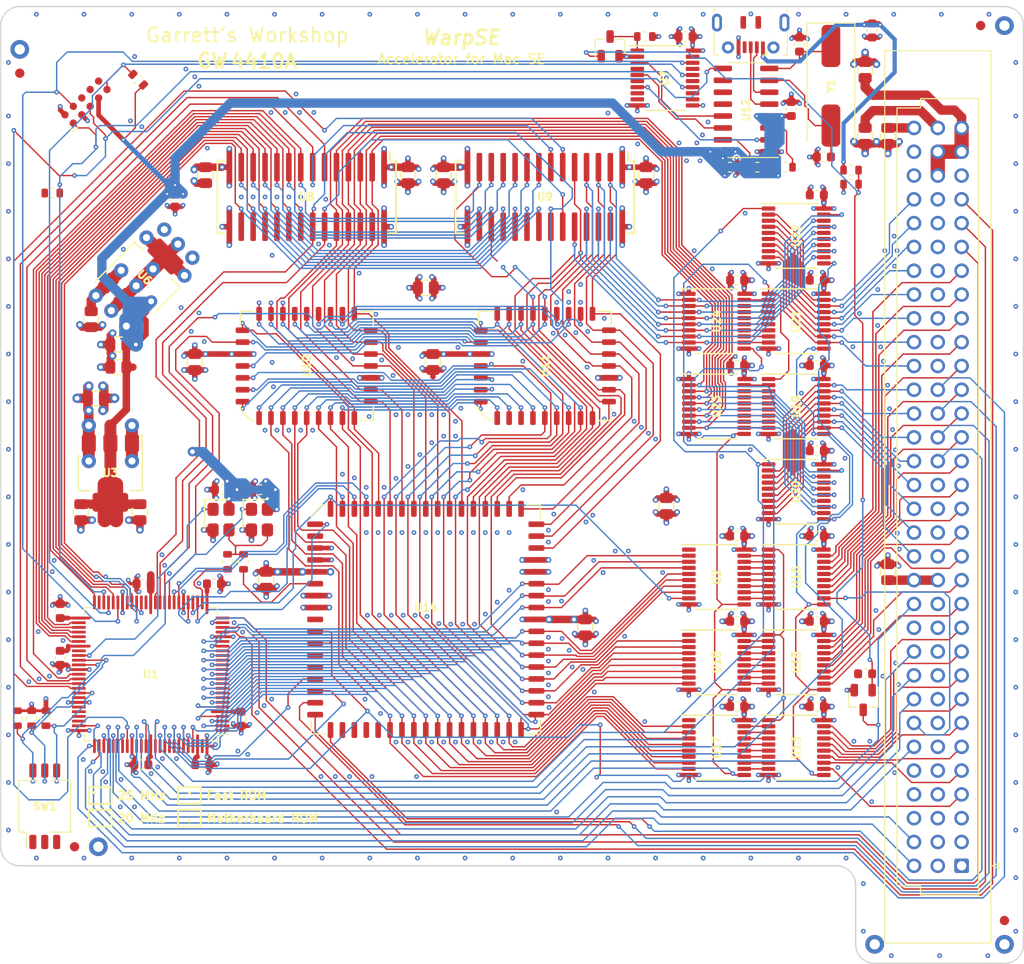
<source format=kicad_pcb>
(kicad_pcb (version 20211014) (generator pcbnew)

  (general
    (thickness 1.6)
  )

  (paper "A4")
  (layers
    (0 "F.Cu" signal)
    (1 "In1.Cu" power)
    (2 "In2.Cu" power)
    (31 "B.Cu" signal)
    (32 "B.Adhes" user "B.Adhesive")
    (33 "F.Adhes" user "F.Adhesive")
    (34 "B.Paste" user)
    (35 "F.Paste" user)
    (36 "B.SilkS" user "B.Silkscreen")
    (37 "F.SilkS" user "F.Silkscreen")
    (38 "B.Mask" user)
    (39 "F.Mask" user)
    (40 "Dwgs.User" user "User.Drawings")
    (41 "Cmts.User" user "User.Comments")
    (42 "Eco1.User" user "User.Eco1")
    (43 "Eco2.User" user "User.Eco2")
    (44 "Edge.Cuts" user)
    (45 "Margin" user)
    (46 "B.CrtYd" user "B.Courtyard")
    (47 "F.CrtYd" user "F.Courtyard")
    (48 "B.Fab" user)
    (49 "F.Fab" user)
  )

  (setup
    (pad_to_mask_clearance 0.05)
    (pcbplotparams
      (layerselection 0x00010fc_ffffffff)
      (disableapertmacros false)
      (usegerberextensions true)
      (usegerberattributes false)
      (usegerberadvancedattributes false)
      (creategerberjobfile false)
      (svguseinch false)
      (svgprecision 6)
      (excludeedgelayer true)
      (plotframeref false)
      (viasonmask false)
      (mode 1)
      (useauxorigin false)
      (hpglpennumber 1)
      (hpglpenspeed 20)
      (hpglpendiameter 15.000000)
      (dxfpolygonmode true)
      (dxfimperialunits true)
      (dxfusepcbnewfont true)
      (psnegative false)
      (psa4output false)
      (plotreference true)
      (plotvalue true)
      (plotinvisibletext false)
      (sketchpadsonfab false)
      (subtractmaskfromsilk true)
      (outputformat 1)
      (mirror false)
      (drillshape 0)
      (scaleselection 1)
      (outputdirectory "gerber/")
    )
  )

  (net 0 "")
  (net 1 "GND")
  (net 2 "+5V")
  (net 3 "+3V3")
  (net 4 "-5V")
  (net 5 "+12V")
  (net 6 "-12V")
  (net 7 "Net-(C46-Pad1)")
  (net 8 "unconnected-(J1-PadA1)")
  (net 9 "unconnected-(J1-PadA2)")
  (net 10 "unconnected-(J1-PadA3)")
  (net 11 "/Buf/MacA1")
  (net 12 "/Buf/MacA2")
  (net 13 "/Buf/MacA3")
  (net 14 "/Buf/MacA4")
  (net 15 "/Buf/MacA5")
  (net 16 "/Buf/MacA6")
  (net 17 "/Buf/MacA7")
  (net 18 "/Buf/MacA8")
  (net 19 "/Buf/MacA9")
  (net 20 "/Buf/MacA10")
  (net 21 "/Buf/MacA11")
  (net 22 "/Buf/MacA12")
  (net 23 "/Buf/MacA13")
  (net 24 "/Buf/MacA14")
  (net 25 "/Control/~{RESET}")
  (net 26 "/Buf/MacA15")
  (net 27 "/Control/Mac~{AS}")
  (net 28 "/Control/Mac~{UDS}")
  (net 29 "/Control/Mac~{LDS}")
  (net 30 "/Buf/Mac~{R}W")
  (net 31 "/Control/Mac~{DTACK}")
  (net 32 "/Buf/MacA16")
  (net 33 "/Control/Mac~{VMA}")
  (net 34 "/Control/Mac~{VPA}")
  (net 35 "/Buf/MacA17")
  (net 36 "/Buf/MacA18")
  (net 37 "/Buf/MacA19")
  (net 38 "/Buf/MacA20")
  (net 39 "/Buf/MacA21")
  (net 40 "/Buf/MacA22")
  (net 41 "/Buf/MacA23")
  (net 42 "/Control/Mac~{BERR}")
  (net 43 "/MC68k/~{IPL}2")
  (net 44 "/MC68k/~{IPL}1")
  (net 45 "/MC68k/~{IPL}0")
  (net 46 "/Control/MacE")
  (net 47 "unconnected-(J1-PadB10)")
  (net 48 "unconnected-(J1-PadB11)")
  (net 49 "/Control/C16M")
  (net 50 "/Control/C8M")
  (net 51 "unconnected-(J1-PadB12)")
  (net 52 "unconnected-(J1-PadB22)")
  (net 53 "unconnected-(J1-PadB23)")
  (net 54 "unconnected-(J1-PadB24)")
  (net 55 "unconnected-(J1-PadB25)")
  (net 56 "unconnected-(J1-PadB26)")
  (net 57 "unconnected-(J1-PadB27)")
  (net 58 "unconnected-(J1-PadB28)")
  (net 59 "unconnected-(J1-PadC5)")
  (net 60 "unconnected-(J1-PadC11)")
  (net 61 "/Buf/MacD0")
  (net 62 "/Buf/MacD1")
  (net 63 "/Buf/MacD2")
  (net 64 "/Buf/MacD3")
  (net 65 "/Buf/MacD4")
  (net 66 "/Buf/MacD5")
  (net 67 "/Buf/MacD6")
  (net 68 "/Buf/MacD7")
  (net 69 "/Buf/MacD8")
  (net 70 "/Buf/MacD9")
  (net 71 "/Buf/MacD10")
  (net 72 "/Buf/MacD11")
  (net 73 "/Buf/MacD12")
  (net 74 "/Buf/MacD13")
  (net 75 "/Buf/MacD14")
  (net 76 "/Buf/MacD15")
  (net 77 "unconnected-(J1-PadC31)")
  (net 78 "/Control/TMS")
  (net 79 "/Control/TCK")
  (net 80 "/Prog/TDO")
  (net 81 "/Control/TDI")
  (net 82 "Net-(J3-Pad3)")
  (net 83 "unconnected-(J2-Pad6)")
  (net 84 "/Prog/USB5V")
  (net 85 "Net-(J3-Pad2)")
  (net 86 "Net-(R1-Pad1)")
  (net 87 "unconnected-(J2-Pad7)")
  (net 88 "unconnected-(J2-Pad8)")
  (net 89 "/Control/SW1")
  (net 90 "/Clk.sch/CK20EN")
  (net 91 "unconnected-(J3-Pad4)")
  (net 92 "/Clk.sch/MCLK")
  (net 93 "/Clk.sch/RCLK")
  (net 94 "unconnected-(U1-Pad1)")
  (net 95 "/Control/Acc~{VPA}")
  (net 96 "/Control/Acc~{BERR}")
  (net 97 "/Buf/Din~{OE}")
  (net 98 "/Buf/Dout~{OE}")
  (net 99 "/Buf/Aout~{OE}")
  (net 100 "/Buf/DinLE")
  (net 101 "/Buf/ADoutLE0")
  (net 102 "/Buf/ADoutLE1")
  (net 103 "/Buf/AccA5")
  (net 104 "/Buf/AccA6")
  (net 105 "/Buf/AccA7")
  (net 106 "/Buf/AccA8")
  (net 107 "/Buf/AccA9")
  (net 108 "/Control/U~{WE}")
  (net 109 "/Control/L~{WE}")
  (net 110 "/Control/~{RAS}")
  (net 111 "/Control/RA11")
  (net 112 "/Clk.sch/CK25EN")
  (net 113 "/Buf/AccA10")
  (net 114 "/Control/RA9")
  (net 115 "/Control/RA10")
  (net 116 "/Control/RA8")
  (net 117 "/Control/RA0")
  (net 118 "/Control/RA7")
  (net 119 "/Control/RA1")
  (net 120 "/Buf/AccA11")
  (net 121 "/Control/RA6")
  (net 122 "/Control/RA2")
  (net 123 "/Control/RA5")
  (net 124 "/Control/RA3")
  (net 125 "/Control/RA4")
  (net 126 "/Buf/AccA12")
  (net 127 "/Control/~{OE}")
  (net 128 "/Control/~{CAS}")
  (net 129 "/Control/ROM~{CS}")
  (net 130 "/Control/ROM~{WE}")
  (net 131 "/Control/Acc~{UDS}")
  (net 132 "/Control/Acc~{AS}")
  (net 133 "/Control/Acc~{LDS}")
  (net 134 "/Buf/AccA13")
  (net 135 "/Control/Acc~{DTACK}")
  (net 136 "/Buf/AccA14")
  (net 137 "/Buf/AccA15")
  (net 138 "/Buf/AccA16")
  (net 139 "/Buf/AccA17")
  (net 140 "/Buf/AccA18")
  (net 141 "/Buf/AccA19")
  (net 142 "/Buf/AccA20")
  (net 143 "/Buf/AccA21")
  (net 144 "/Buf/AccA22")
  (net 145 "/Buf/AccA23")
  (net 146 "/Buf/Acc~{R}W")
  (net 147 "unconnected-(U1-Pad39)")
  (net 148 "unconnected-(U1-Pad49)")
  (net 149 "unconnected-(U1-Pad58)")
  (net 150 "unconnected-(U1-Pad68)")
  (net 151 "unconnected-(U1-Pad70)")
  (net 152 "unconnected-(U1-Pad71)")
  (net 153 "unconnected-(U1-Pad72)")
  (net 154 "unconnected-(U1-Pad73)")
  (net 155 "Net-(U16-Pad2)")
  (net 156 "Net-(U16-Pad3)")
  (net 157 "Net-(U16-Pad4)")
  (net 158 "Net-(U16-Pad5)")
  (net 159 "Net-(U16-Pad6)")
  (net 160 "Net-(U16-Pad7)")
  (net 161 "Net-(U16-Pad8)")
  (net 162 "Net-(U16-Pad9)")
  (net 163 "/Buf/AccD6")
  (net 164 "/Buf/AccD7")
  (net 165 "/Buf/AccD5")
  (net 166 "/Buf/AccD3")
  (net 167 "/Buf/AccD1")
  (net 168 "/Buf/AccD0")
  (net 169 "/Buf/AccD2")
  (net 170 "/Buf/AccD4")
  (net 171 "/Buf/AccD14")
  (net 172 "/Buf/AccD15")
  (net 173 "/Buf/AccD13")
  (net 174 "/Buf/AccD11")
  (net 175 "/Buf/AccD9")
  (net 176 "/Buf/AccD8")
  (net 177 "/Buf/AccD10")
  (net 178 "/Buf/AccD12")
  (net 179 "/Buf/AccA1")
  (net 180 "/Buf/AccA2")
  (net 181 "/Buf/AccA3")
  (net 182 "Net-(U13-Pad2)")
  (net 183 "Net-(U13-Pad3)")
  (net 184 "Net-(U13-Pad4)")
  (net 185 "Net-(U13-Pad5)")
  (net 186 "Net-(U13-Pad6)")
  (net 187 "Net-(U13-Pad7)")
  (net 188 "Net-(U13-Pad8)")
  (net 189 "Net-(U13-Pad9)")
  (net 190 "/Buf/AccA4")
  (net 191 "unconnected-(U1-Pad99)")
  (net 192 "unconnected-(U7-Pad12)")
  (net 193 "unconnected-(U7-Pad13)")
  (net 194 "unconnected-(U7-Pad15)")
  (net 195 "unconnected-(U7-Pad17)")
  (net 196 "unconnected-(U7-Pad19)")
  (net 197 "unconnected-(U12-Pad10)")
  (net 198 "Net-(U15-Pad2)")
  (net 199 "Net-(U15-Pad3)")
  (net 200 "Net-(U15-Pad4)")
  (net 201 "Net-(U15-Pad5)")
  (net 202 "Net-(U15-Pad6)")
  (net 203 "Net-(U15-Pad7)")
  (net 204 "Net-(U15-Pad8)")
  (net 205 "Net-(U15-Pad9)")
  (net 206 "Net-(U19-Pad2)")
  (net 207 "Net-(U19-Pad3)")
  (net 208 "Net-(U19-Pad4)")
  (net 209 "Net-(U19-Pad5)")
  (net 210 "Net-(U19-Pad6)")
  (net 211 "Net-(U19-Pad7)")
  (net 212 "Net-(U19-Pad8)")
  (net 213 "Net-(U19-Pad9)")
  (net 214 "Net-(U21-Pad2)")
  (net 215 "Net-(U21-Pad3)")
  (net 216 "Net-(U21-Pad4)")
  (net 217 "Net-(U21-Pad5)")
  (net 218 "Net-(U21-Pad6)")
  (net 219 "Net-(U21-Pad7)")
  (net 220 "Net-(U21-Pad8)")
  (net 221 "Net-(U21-Pad9)")
  (net 222 "Net-(R5-Pad1)")
  (net 223 "Net-(C47-Pad1)")
  (net 224 "unconnected-(U12-Pad11)")
  (net 225 "unconnected-(U12-Pad12)")
  (net 226 "unconnected-(U14-Pad11)")
  (net 227 "unconnected-(U14-Pad18)")
  (net 228 "unconnected-(U14-Pad21)")
  (net 229 "unconnected-(U14-Pad22)")
  (net 230 "unconnected-(U14-Pad28)")
  (net 231 "/Prog/UTCK")
  (net 232 "Net-(C48-Pad1)")
  (net 233 "/Prog/JTAG~{OE}")
  (net 234 "/Control/SW0")
  (net 235 "Net-(R9-Pad2)")
  (net 236 "/Prog/UTMS")
  (net 237 "/Prog/UTDI")
  (net 238 "unconnected-(U14-Pad29)")
  (net 239 "unconnected-(U14-Pad30)")
  (net 240 "unconnected-(U14-Pad31)")
  (net 241 "/MC68k/~{VPA}")

  (footprint "stdpads:C_0805" (layer "F.Cu") (at 112.903 71.208 -90))

  (footprint "stdpads:C_0805" (layer "F.Cu") (at 115.7995 73.914 180))

  (footprint "stdpads:C_0805" (layer "F.Cu") (at 115.7995 76.327 180))

  (footprint "stdpads:C_0603" (layer "F.Cu") (at 130.95 89.4 180))

  (footprint "stdpads:C_0805" (layer "F.Cu") (at 113.4 79.65))

  (footprint "stdpads:TQFP-100_14x14mm_P0.5mm" (layer "F.Cu") (at 119.25 109.1 90))

  (footprint "stdpads:C_0805" (layer "F.Cu") (at 195.453 44.616 90))

  (footprint "stdpads:C_0805" (layer "F.Cu") (at 195.453 51.65 -90))

  (footprint "stdpads:C_0805" (layer "F.Cu") (at 197.866 51.65 -90))

  (footprint "stdpads:SOT-223" (layer "F.Cu") (at 118.6 66.75 -135))

  (footprint "stdpads:SOJ-28_300mil" (layer "F.Cu") (at 161.29 58.166 -90))

  (footprint "stdpads:DIN41612_R_3x32_Male_Vertical_THT" (layer "F.Cu") (at 205.74 129.54 180))

  (footprint "stdpads:C_0603" (layer "F.Cu") (at 126 99.45))

  (footprint "stdpads:TSSOP-20_4.4x6.5mm_P0.65mm" (layer "F.Cu") (at 179.6 98.725 -90))

  (footprint "stdpads:C_0603" (layer "F.Cu") (at 181.8 94.35 180))

  (footprint "stdpads:C_0603" (layer "F.Cu") (at 190.3 57.95 180))

  (footprint "stdpads:C_0603" (layer "F.Cu") (at 190.3 94.35 180))

  (footprint "stdpads:C_0603" (layer "F.Cu") (at 190.3 85.25 180))

  (footprint "stdpads:C_0603" (layer "F.Cu") (at 181.8 112.55 180))

  (footprint "stdpads:C_0603" (layer "F.Cu") (at 190.3 112.55 180))

  (footprint "stdpads:C_0603" (layer "F.Cu") (at 190.3 67.05 180))

  (footprint "stdpads:C_0603" (layer "F.Cu") (at 181.8 67.05 180))

  (footprint "stdpads:C_0603" (layer "F.Cu") (at 181.8 76.15 180))

  (footprint "stdpads:C_0603" (layer "F.Cu") (at 181.8 103.45 180))

  (footprint "stdpads:C_0603" (layer "F.Cu") (at 190.3 103.45 180))

  (footprint "stdpads:C_0805" (layer "F.Cu") (at 197.866 98.21 90))

  (footprint "stdpads:C_0805" (layer "F.Cu") (at 131.572 99.021 -90))

  (footprint "stdpads:C_0805" (layer "F.Cu") (at 165.608 104.101 -90))

  (footprint "stdpads:TSSOP-20_4.4x6.5mm_P0.65mm" (layer "F.Cu") (at 179.6 71.425 -90))

  (footprint "stdpads:TSSOP-20_4.4x6.5mm_P0.65mm" (layer "F.Cu") (at 179.6 80.525 -90))

  (footprint "stdpads:TSSOP-20_4.4x6.5mm_P0.65mm" (layer "F.Cu") (at 188.1 62.325 -90))

  (footprint "stdpads:TSSOP-20_4.4x6.5mm_P0.65mm" (layer "F.Cu") (at 188.1 71.425 -90))

  (footprint "stdpads:TSSOP-20_4.4x6.5mm_P0.65mm" (layer "F.Cu") (at 188.1 89.625 -90))

  (footprint "stdpads:TSSOP-20_4.4x6.5mm_P0.65mm" (layer "F.Cu")
    (tedit 5F27C9F6) (tstamp 00000000-0000-0000-0000-000061aa2d14)
    (at 188.1 80.525 -90)
    (descr "20-Lead Plastic Thin Shrink Small Outline (ST)-4.4 mm Body [TSSOP] (see Microchip Packaging Specification 00000049BS.pdf)")
    (tags "SSOP 0.65")
    (property "LCSC Part" "C141311")
    (property "Sheetfile" "Buf.kicad_sch")
    (property "Sheetname" "Buf")
    (path "/00000000-0000-0000-0000-000060941922/00000000-0000-0000-0000-000060976b52")
    (solder_mask_margin 0.024)
    (solder_paste_margin -0.04)
    (attr smd)
    (fp_text reference "U19" (at 0 0 -90) (layer "F.Fab")
      (effects (font (size 0.8128 0.8128) (thickness 0.2032)))
      (tstamp c1e69ce0-c15e-4a8b-a685-929e9401f27d)
    )
    (fp_text value "74AHCT573PW" (at 0 1.016 -90) (layer "F.Fab")
      (effects (font (size 0.508 0.508) (thickness 0.127)))
      (tstamp 9c3c410d-2591-4a18-8bb3-5fbc475cc373)
    )
    (fp_text user "${REFERENCE}" (at 0 0 90) (layer "F.SilkS")
      (effects (font (size 0.8128 0.8128) (thickness 0.2032)))
      (tstamp 4bc534a8-0959-488c-8c97-7d6e9a017e9c)
    )
    (fp_line (start -3.45 3.75) (end -3.45 -2.225) (layer "F.SilkS") (width 0.15) (tstamp 8827de82-2f0c-497d-b1f3-42565c18a1cc))
    (fp_line (start 3.45 2.225) (end 3.45 -2.225) (layer "F.SilkS") (width 0.15) (tstamp e631b9fe-a372-4e89-8f70-a2b7b610ba05))
    (fp_line (start 3.55 3.95) (end 3.55 -3.95) (layer "F.CrtYd") (width 0.05) (tstamp 3dde21ca-5888-4ecd-8f59-9da214a5f9ba))
    (fp_line (start -3.55 3.95) (end 3.55 3.95) (layer "F.CrtYd") (width 0.05) (tstamp 6f262618-7cca-433a-87ef-8175dc9fd19d))
    (fp_line (start -3.55 -3.95) (end 3.55 -3.95) (layer "F.CrtYd") (width 0.05) (tstamp 7ffceb90-04a0-40e5-b1bb-36c263630f50))
    (fp_line (start -3.55 3.95) (end -3.55 -3.95) (layer "F.CrtYd") (width 0.05) (tstamp db44a447-5878-44a0-bc7e-a556fce1102e))
    (fp_line (start -2.25 2.2) (end -3.25 1.2) (layer "F.Fab") (width 0.15) (tstamp 0a7e83c9-f938-445c-b51f-88bcd61f6b23))
    (fp_line (start 3.25 -2.2) (end 3.25 2.2) (layer "F.Fab") (width 0.15) (tstamp 124e91a2-9359-4430-a626-df663169a19d))
    (fp_line (start -3.25 -2.2) (end 3.25 -2.2) (layer "F.Fab") (width 0.15) (tstamp 85bd589c-cd0b-48a0-99fb-455d2350ac5a))
    (fp_line (start -3.25 1.2) (end -3.25 -2.2) (layer "F.Fab") (width 0.15) (tstamp 8998eb1f-e190-4a26-87c8-5095df281e2b))
    (fp_line (start 3.25 2.2) (end -2.25 2.2) (layer "F.Fab") (width 0.15) (tstamp ac9bceab-084b-408c-86b3-c3deaae9dd9f))
    (pad "1" smd roundrect locked (at -2.925 2.95) (size 1.45 0.45) (layers "F.Cu" "F.Paste" "F.Mask") (roundrect_rratio 0.25)
      (net 98 "/Buf/Dout~{OE}") (pinfunction "~{OE}") (pintype "input") (tstamp ea7f0e0d-02e9-4f29-8d50-6b70163a30dd))
    (pad "2" smd roundrect locked (at -2.275 2.95) (size 1.45 0.45) (layers "F.Cu" "F.Paste" "F.Mask") (roundrect_rratio 0.25)
      (net 206 "Net-(U19-Pad2)") (pinfunction "D0") (pintype "input") (tstamp 6aa2b36c-c06c-4e6e-910b-f1d002c87bc0))
    (pad "3" smd roundrect locked (at -1.625 2.95) (size 1.45 0.45) (layers "F.Cu" "F.Paste" "F.Mask") (roundrect_rratio 0.25)
      (net 207 "Net-(U19-Pad3)") (pinfunction "D1") (pintype "input") (tstamp d5509e75-efbb-4959-ac05-d328117ce896))
    (pad "4" smd roundrect locked (at -0.975 2.95) (size 1.45 0.45) (layers "F.Cu" "F.Paste" "F.Mask") (roundrect_rratio 0.25)
      (net 208 "Net-(U19-Pad4)") (pinfunction "D2") (pintype "input") (tstamp f6f81491-79d4-4e44-a7f0-ebfd1730f516))
    (pad "5" smd roundrect locked (at -0.325 2.95) (size 1.45 0.45) (layers "F.Cu" "F.Paste" "F.Mask") (roundrect_rratio 0.25)
      (net 209 "Net-(U19-Pad5)") (pinfunction "D3") (pintype "input") (tstamp e90ed0fc-d9ab-4625-ad20-0cdb50e55861))
    (pad "6" smd roundrect locked (at 0.325 2.95) (size 1.45 0.45) (layers "F.Cu" "F.Paste" "F.Mask") (roundrect_rratio 0.25)
      (net 210 "Net-(U19-Pad6)") (pinfunction "D4") (pintype "input") (tstamp 2114a500-e565-430d-8f37-11feef5e819d))
    (pad "7" smd roundrect locked (at 0.975 2.95) (size 1.45 0.45) (layers "F.Cu" "F.Paste" "F.Mask") (roundrect_rratio 0.25)
      (net 211 "Net-(U19-Pad7)") (pinfunction "D5") (pintype "input") (tstamp 145654d5-d88f-4ea3-813d-a69e135bc641))
    (pad "8" smd roundrect locked (at 1.625 2.95) (size 1.45 0.45) (layers "F.Cu" "F.Paste" "F.Mask") (roundrect_rratio 0.25)
      (net 212 "Net-(U19-Pad8)") (pinfunction "D6") (pintype "input") (tstamp b0376c07-e6aa-4806-b092-98376a86393f))
    (pad "9" smd roundrect locked (at 2.275 2.95) (size 1.45 0.45) (layers "F.Cu" "F.Paste" "F.Mask") (roundrect_rratio 0.25)
      (net 213 "Net-(U19-Pad9)") (pinfunction "D7") (pintype "input") (tstamp 9d982260-d8a6-4c83-907d-1ac6a6481d5f))
    (pad "10" smd roundrect locked (at 2.925 2.95) (size 1.45 0.45) (layers "F.Cu" "F.Paste" "F.Mask") (roundrect_rratio 0.25)
      (net 1 "GND") (pinfunction "GND") (pintype "power_in") (tstamp 380d8034-62e9-44fe-9b1c-5017f20e4828))
    (pad "11" smd roundrect locked (at 2.925 -2.95) (size 1.45 0.45) (layers "F.Cu" "F.Paste" "F.Mask") (roundrect_rratio 0.25)
      (net 101 "/Buf/ADoutLE0") (pinfunction "~{LE}") (pintype "input") (tstamp a1dcf0dc-7492-42b1-afb9-e749a3ffce12))
    (pad "12" smd roundrect locked (at 2.275 -2.95) (size 1.45 0.45) (layers "F.Cu" "F.Paste" "F.Mask") (roundrect_rratio 0.25)
      (net 61 "/Buf/MacD0") (pinfunction "Q7") (pintype "tri_state") (tstamp e44ef9a7-1100-4f20-b3c0-c7ba59f02c79))
    (pad "13" smd roundrect locked (at 1.625 -2.95) (size 1.45 0.45) (layers "F.Cu" "F.Paste" "F.Mask") (roundrect_rratio 0.25)
      (net 62 "/Buf/MacD1") (pinfunction "Q6") (pintype "tri_state") (tstamp 944d32a2-6efe-4b52-bb0c-b0a741677e8a))
    (pad "14" smd roundrect locked (at 0.975 -2.95) (size 1.45 0.45) (layers "F.Cu" "F.Paste" "F.Mask") (roundrect_rratio 0.25)
      (net 63 "/Buf/MacD2") (pinfunction "Q5") (pintype "tri_state") (tstamp 690122c3-c313-401a-89e2-1808ebb02249))
    (pad "15" smd roundrect locked (at 0.325 -2.95) (size 1.45 0.45) (layers "F.Cu" "F.Paste" "F.Mask") (roundrect_rratio 0.25)
      (net 64 "/Buf/MacD3") (pinfunction "Q4") (pintype "tri_state") (tstamp 930d3ce9-9346-43af-8fb4-9c83dbca6d7a))
    (pad "16" smd roundrect locked (at -0.325 -2.95) (size 1.45 0.45) (layers "F.Cu" "F.Paste" "F.Mask") (roundrect_rratio 0.25)
      (net 65 "/Buf/MacD4") (pinfunction "Q3") (pintype "tri_state") (tstamp d30e25c5-a336-45d1-91bd-a6d7795edfb9))
    (pad "17" smd roundrect locked (at -0.975 -2.95) (size 1.45 0.45) (layers "F.Cu" "F.Paste" "F.Mask") (roundrect_rratio 0.25)
      (net 66 "/Buf/MacD5") (pinfunction "Q2") (pintype "tri_state") (tstamp 708ede88-1143-44c9-ad1d-914cbe7f9370))
    (pad "18" smd roun
... [867150 chars truncated]
</source>
